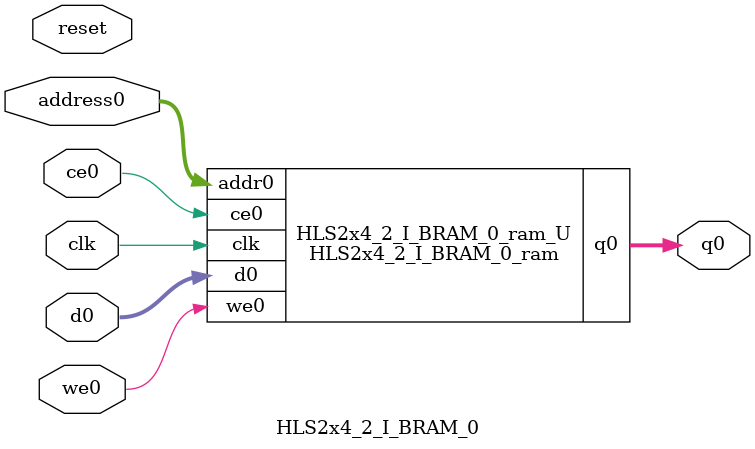
<source format=v>

`timescale 1 ns / 1 ps
module HLS2x4_2_I_BRAM_0_ram (addr0, ce0, d0, we0, q0,  clk);

parameter DWIDTH = 16;
parameter AWIDTH = 10;
parameter MEM_SIZE = 961;

input[AWIDTH-1:0] addr0;
input ce0;
input[DWIDTH-1:0] d0;
input we0;
output reg[DWIDTH-1:0] q0;
input clk;

(* ram_style = "block" *)reg [DWIDTH-1:0] ram[0:MEM_SIZE-1];




always @(posedge clk)  
begin 
    if (ce0) 
    begin
        if (we0) 
        begin 
            ram[addr0] <= d0; 
            q0 <= d0;
        end 
        else 
            q0 <= ram[addr0];
    end
end


endmodule


`timescale 1 ns / 1 ps
module HLS2x4_2_I_BRAM_0(
    reset,
    clk,
    address0,
    ce0,
    we0,
    d0,
    q0);

parameter DataWidth = 32'd16;
parameter AddressRange = 32'd961;
parameter AddressWidth = 32'd10;
input reset;
input clk;
input[AddressWidth - 1:0] address0;
input ce0;
input we0;
input[DataWidth - 1:0] d0;
output[DataWidth - 1:0] q0;



HLS2x4_2_I_BRAM_0_ram HLS2x4_2_I_BRAM_0_ram_U(
    .clk( clk ),
    .addr0( address0 ),
    .ce0( ce0 ),
    .d0( d0 ),
    .we0( we0 ),
    .q0( q0 ));

endmodule


</source>
